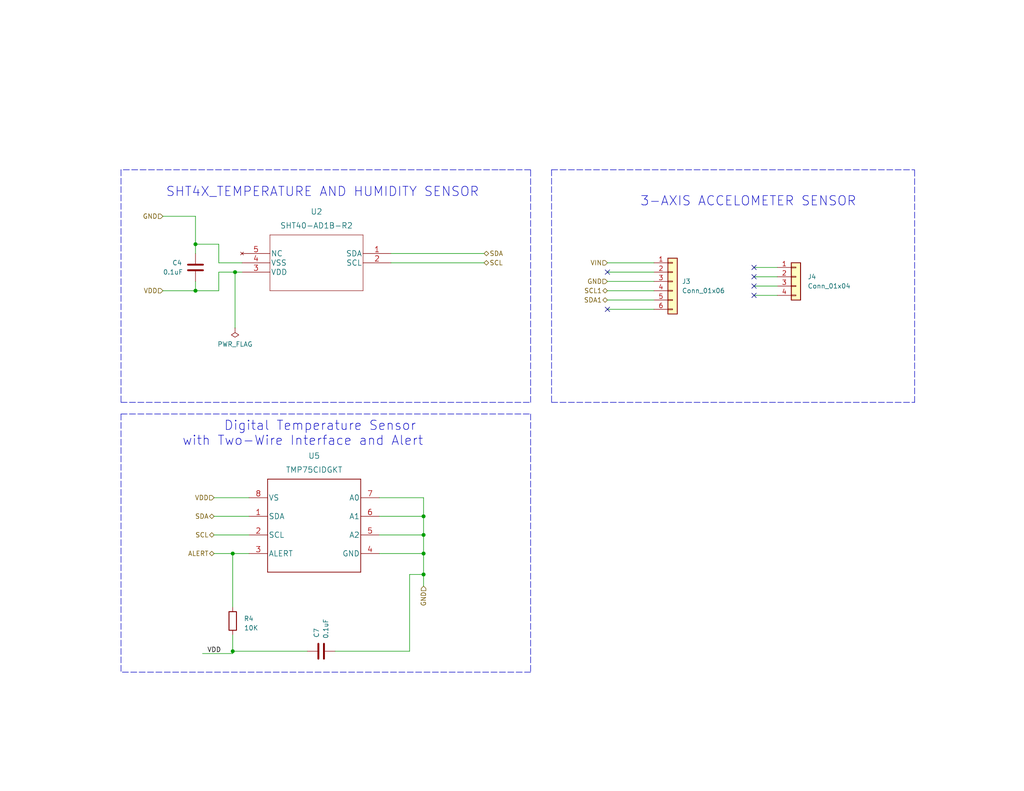
<source format=kicad_sch>
(kicad_sch (version 20211123) (generator eeschema)

  (uuid 971ce0f4-8fdc-4b4d-8afe-4d4aa88613ff)

  (paper "A")

  (lib_symbols
    (symbol "2022-02-02_23-27-13:SHT40-AD1B-R2" (pin_names (offset 0.254)) (in_bom yes) (on_board yes)
      (property "Reference" "U" (id 0) (at 20.32 10.16 0)
        (effects (font (size 1.524 1.524)))
      )
      (property "Value" "SHT40-AD1B-R2" (id 1) (at 20.32 7.62 0)
        (effects (font (size 1.524 1.524)))
      )
      (property "Footprint" "SHT4x_SEN" (id 2) (at 20.32 6.096 0)
        (effects (font (size 1.524 1.524)) hide)
      )
      (property "Datasheet" "" (id 3) (at 0 0 0)
        (effects (font (size 1.524 1.524)))
      )
      (property "ki_locked" "" (id 4) (at 0 0 0)
        (effects (font (size 1.27 1.27)))
      )
      (property "ki_fp_filters" "SHT4x_SEN SHT4x_SEN-M SHT4x_SEN-L" (id 5) (at 0 0 0)
        (effects (font (size 1.27 1.27)) hide)
      )
      (symbol "SHT40-AD1B-R2_1_1"
        (polyline
          (pts
            (xy 7.62 -10.16)
            (xy 33.02 -10.16)
          )
          (stroke (width 0.127) (type default) (color 0 0 0 0))
          (fill (type none))
        )
        (polyline
          (pts
            (xy 7.62 5.08)
            (xy 7.62 -10.16)
          )
          (stroke (width 0.127) (type default) (color 0 0 0 0))
          (fill (type none))
        )
        (polyline
          (pts
            (xy 33.02 -10.16)
            (xy 33.02 5.08)
          )
          (stroke (width 0.127) (type default) (color 0 0 0 0))
          (fill (type none))
        )
        (polyline
          (pts
            (xy 33.02 5.08)
            (xy 7.62 5.08)
          )
          (stroke (width 0.127) (type default) (color 0 0 0 0))
          (fill (type none))
        )
        (pin bidirectional line (at 0 0 0) (length 7.62)
          (name "SDA" (effects (font (size 1.4986 1.4986))))
          (number "1" (effects (font (size 1.4986 1.4986))))
        )
        (pin input line (at 0 -2.54 0) (length 7.62)
          (name "SCL" (effects (font (size 1.4986 1.4986))))
          (number "2" (effects (font (size 1.4986 1.4986))))
        )
        (pin power_in line (at 40.64 -5.08 180) (length 7.62)
          (name "VDD" (effects (font (size 1.4986 1.4986))))
          (number "3" (effects (font (size 1.4986 1.4986))))
        )
        (pin power_in line (at 40.64 -2.54 180) (length 7.62)
          (name "VSS" (effects (font (size 1.4986 1.4986))))
          (number "4" (effects (font (size 1.4986 1.4986))))
        )
        (pin no_connect line (at 40.64 0 180) (length 7.62)
          (name "NC" (effects (font (size 1.4986 1.4986))))
          (number "5" (effects (font (size 1.4986 1.4986))))
        )
      )
    )
    (symbol "2022-03-24_04-14-12:TMP75CIDGKT" (pin_names (offset 0.254)) (in_bom yes) (on_board yes)
      (property "Reference" "U" (id 0) (at 0 2.54 0)
        (effects (font (size 1.524 1.524)))
      )
      (property "Value" "TMP75CIDGKT" (id 1) (at 0 0 0)
        (effects (font (size 1.524 1.524)))
      )
      (property "Footprint" "DGK0008A_N" (id 2) (at 0 -1.524 0)
        (effects (font (size 1.524 1.524)) hide)
      )
      (property "Datasheet" "" (id 3) (at 0 0 0)
        (effects (font (size 1.524 1.524)))
      )
      (property "ki_locked" "" (id 4) (at 0 0 0)
        (effects (font (size 1.27 1.27)))
      )
      (property "ki_fp_filters" "DGK0008A_N DGK0008A_M DGK0008A_L" (id 5) (at 0 0 0)
        (effects (font (size 1.27 1.27)) hide)
      )
      (symbol "TMP75CIDGKT_1_1"
        (polyline
          (pts
            (xy -12.7 -12.7)
            (xy 12.7 -12.7)
          )
          (stroke (width 0.2032) (type default) (color 0 0 0 0))
          (fill (type none))
        )
        (polyline
          (pts
            (xy -12.7 12.7)
            (xy -12.7 -12.7)
          )
          (stroke (width 0.2032) (type default) (color 0 0 0 0))
          (fill (type none))
        )
        (polyline
          (pts
            (xy 12.7 -12.7)
            (xy 12.7 12.7)
          )
          (stroke (width 0.2032) (type default) (color 0 0 0 0))
          (fill (type none))
        )
        (polyline
          (pts
            (xy 12.7 12.7)
            (xy -12.7 12.7)
          )
          (stroke (width 0.2032) (type default) (color 0 0 0 0))
          (fill (type none))
        )
        (pin bidirectional line (at -17.78 2.54 0) (length 5.08)
          (name "SDA" (effects (font (size 1.4986 1.4986))))
          (number "1" (effects (font (size 1.4986 1.4986))))
        )
        (pin input line (at -17.78 -2.54 0) (length 5.08)
          (name "SCL" (effects (font (size 1.4986 1.4986))))
          (number "2" (effects (font (size 1.4986 1.4986))))
        )
        (pin open_collector line (at -17.78 -7.62 0) (length 5.08)
          (name "ALERT" (effects (font (size 1.4986 1.4986))))
          (number "3" (effects (font (size 1.4986 1.4986))))
        )
        (pin power_in line (at 17.78 -7.62 180) (length 5.08)
          (name "GND" (effects (font (size 1.4986 1.4986))))
          (number "4" (effects (font (size 1.4986 1.4986))))
        )
        (pin input line (at 17.78 -2.54 180) (length 5.08)
          (name "A2" (effects (font (size 1.4986 1.4986))))
          (number "5" (effects (font (size 1.4986 1.4986))))
        )
        (pin input line (at 17.78 2.54 180) (length 5.08)
          (name "A1" (effects (font (size 1.4986 1.4986))))
          (number "6" (effects (font (size 1.4986 1.4986))))
        )
        (pin input line (at 17.78 7.62 180) (length 5.08)
          (name "A0" (effects (font (size 1.4986 1.4986))))
          (number "7" (effects (font (size 1.4986 1.4986))))
        )
        (pin power_in line (at -17.78 7.62 0) (length 5.08)
          (name "VS" (effects (font (size 1.4986 1.4986))))
          (number "8" (effects (font (size 1.4986 1.4986))))
        )
      )
    )
    (symbol "Connector_Generic:Conn_01x04" (pin_names (offset 1.016) hide) (in_bom yes) (on_board yes)
      (property "Reference" "J" (id 0) (at 0 5.08 0)
        (effects (font (size 1.27 1.27)))
      )
      (property "Value" "Conn_01x04" (id 1) (at 0 -7.62 0)
        (effects (font (size 1.27 1.27)))
      )
      (property "Footprint" "" (id 2) (at 0 0 0)
        (effects (font (size 1.27 1.27)) hide)
      )
      (property "Datasheet" "~" (id 3) (at 0 0 0)
        (effects (font (size 1.27 1.27)) hide)
      )
      (property "ki_keywords" "connector" (id 4) (at 0 0 0)
        (effects (font (size 1.27 1.27)) hide)
      )
      (property "ki_description" "Generic connector, single row, 01x04, script generated (kicad-library-utils/schlib/autogen/connector/)" (id 5) (at 0 0 0)
        (effects (font (size 1.27 1.27)) hide)
      )
      (property "ki_fp_filters" "Connector*:*_1x??_*" (id 6) (at 0 0 0)
        (effects (font (size 1.27 1.27)) hide)
      )
      (symbol "Conn_01x04_1_1"
        (rectangle (start -1.27 -4.953) (end 0 -5.207)
          (stroke (width 0.1524) (type default) (color 0 0 0 0))
          (fill (type none))
        )
        (rectangle (start -1.27 -2.413) (end 0 -2.667)
          (stroke (width 0.1524) (type default) (color 0 0 0 0))
          (fill (type none))
        )
        (rectangle (start -1.27 0.127) (end 0 -0.127)
          (stroke (width 0.1524) (type default) (color 0 0 0 0))
          (fill (type none))
        )
        (rectangle (start -1.27 2.667) (end 0 2.413)
          (stroke (width 0.1524) (type default) (color 0 0 0 0))
          (fill (type none))
        )
        (rectangle (start -1.27 3.81) (end 1.27 -6.35)
          (stroke (width 0.254) (type default) (color 0 0 0 0))
          (fill (type background))
        )
        (pin passive line (at -5.08 2.54 0) (length 3.81)
          (name "Pin_1" (effects (font (size 1.27 1.27))))
          (number "1" (effects (font (size 1.27 1.27))))
        )
        (pin passive line (at -5.08 0 0) (length 3.81)
          (name "Pin_2" (effects (font (size 1.27 1.27))))
          (number "2" (effects (font (size 1.27 1.27))))
        )
        (pin passive line (at -5.08 -2.54 0) (length 3.81)
          (name "Pin_3" (effects (font (size 1.27 1.27))))
          (number "3" (effects (font (size 1.27 1.27))))
        )
        (pin passive line (at -5.08 -5.08 0) (length 3.81)
          (name "Pin_4" (effects (font (size 1.27 1.27))))
          (number "4" (effects (font (size 1.27 1.27))))
        )
      )
    )
    (symbol "Connector_Generic:Conn_01x06" (pin_names (offset 1.016) hide) (in_bom yes) (on_board yes)
      (property "Reference" "J" (id 0) (at 0 7.62 0)
        (effects (font (size 1.27 1.27)))
      )
      (property "Value" "Conn_01x06" (id 1) (at 0 -10.16 0)
        (effects (font (size 1.27 1.27)))
      )
      (property "Footprint" "" (id 2) (at 0 0 0)
        (effects (font (size 1.27 1.27)) hide)
      )
      (property "Datasheet" "~" (id 3) (at 0 0 0)
        (effects (font (size 1.27 1.27)) hide)
      )
      (property "ki_keywords" "connector" (id 4) (at 0 0 0)
        (effects (font (size 1.27 1.27)) hide)
      )
      (property "ki_description" "Generic connector, single row, 01x06, script generated (kicad-library-utils/schlib/autogen/connector/)" (id 5) (at 0 0 0)
        (effects (font (size 1.27 1.27)) hide)
      )
      (property "ki_fp_filters" "Connector*:*_1x??_*" (id 6) (at 0 0 0)
        (effects (font (size 1.27 1.27)) hide)
      )
      (symbol "Conn_01x06_1_1"
        (rectangle (start -1.27 -7.493) (end 0 -7.747)
          (stroke (width 0.1524) (type default) (color 0 0 0 0))
          (fill (type none))
        )
        (rectangle (start -1.27 -4.953) (end 0 -5.207)
          (stroke (width 0.1524) (type default) (color 0 0 0 0))
          (fill (type none))
        )
        (rectangle (start -1.27 -2.413) (end 0 -2.667)
          (stroke (width 0.1524) (type default) (color 0 0 0 0))
          (fill (type none))
        )
        (rectangle (start -1.27 0.127) (end 0 -0.127)
          (stroke (width 0.1524) (type default) (color 0 0 0 0))
          (fill (type none))
        )
        (rectangle (start -1.27 2.667) (end 0 2.413)
          (stroke (width 0.1524) (type default) (color 0 0 0 0))
          (fill (type none))
        )
        (rectangle (start -1.27 5.207) (end 0 4.953)
          (stroke (width 0.1524) (type default) (color 0 0 0 0))
          (fill (type none))
        )
        (rectangle (start -1.27 6.35) (end 1.27 -8.89)
          (stroke (width 0.254) (type default) (color 0 0 0 0))
          (fill (type background))
        )
        (pin passive line (at -5.08 5.08 0) (length 3.81)
          (name "Pin_1" (effects (font (size 1.27 1.27))))
          (number "1" (effects (font (size 1.27 1.27))))
        )
        (pin passive line (at -5.08 2.54 0) (length 3.81)
          (name "Pin_2" (effects (font (size 1.27 1.27))))
          (number "2" (effects (font (size 1.27 1.27))))
        )
        (pin passive line (at -5.08 0 0) (length 3.81)
          (name "Pin_3" (effects (font (size 1.27 1.27))))
          (number "3" (effects (font (size 1.27 1.27))))
        )
        (pin passive line (at -5.08 -2.54 0) (length 3.81)
          (name "Pin_4" (effects (font (size 1.27 1.27))))
          (number "4" (effects (font (size 1.27 1.27))))
        )
        (pin passive line (at -5.08 -5.08 0) (length 3.81)
          (name "Pin_5" (effects (font (size 1.27 1.27))))
          (number "5" (effects (font (size 1.27 1.27))))
        )
        (pin passive line (at -5.08 -7.62 0) (length 3.81)
          (name "Pin_6" (effects (font (size 1.27 1.27))))
          (number "6" (effects (font (size 1.27 1.27))))
        )
      )
    )
    (symbol "Device:C" (pin_numbers hide) (pin_names (offset 0.254)) (in_bom yes) (on_board yes)
      (property "Reference" "C" (id 0) (at 0.635 2.54 0)
        (effects (font (size 1.27 1.27)) (justify left))
      )
      (property "Value" "C" (id 1) (at 0.635 -2.54 0)
        (effects (font (size 1.27 1.27)) (justify left))
      )
      (property "Footprint" "" (id 2) (at 0.9652 -3.81 0)
        (effects (font (size 1.27 1.27)) hide)
      )
      (property "Datasheet" "~" (id 3) (at 0 0 0)
        (effects (font (size 1.27 1.27)) hide)
      )
      (property "ki_keywords" "cap capacitor" (id 4) (at 0 0 0)
        (effects (font (size 1.27 1.27)) hide)
      )
      (property "ki_description" "Unpolarized capacitor" (id 5) (at 0 0 0)
        (effects (font (size 1.27 1.27)) hide)
      )
      (property "ki_fp_filters" "C_*" (id 6) (at 0 0 0)
        (effects (font (size 1.27 1.27)) hide)
      )
      (symbol "C_0_1"
        (polyline
          (pts
            (xy -2.032 -0.762)
            (xy 2.032 -0.762)
          )
          (stroke (width 0.508) (type default) (color 0 0 0 0))
          (fill (type none))
        )
        (polyline
          (pts
            (xy -2.032 0.762)
            (xy 2.032 0.762)
          )
          (stroke (width 0.508) (type default) (color 0 0 0 0))
          (fill (type none))
        )
      )
      (symbol "C_1_1"
        (pin passive line (at 0 3.81 270) (length 2.794)
          (name "~" (effects (font (size 1.27 1.27))))
          (number "1" (effects (font (size 1.27 1.27))))
        )
        (pin passive line (at 0 -3.81 90) (length 2.794)
          (name "~" (effects (font (size 1.27 1.27))))
          (number "2" (effects (font (size 1.27 1.27))))
        )
      )
    )
    (symbol "Device:R" (pin_numbers hide) (pin_names (offset 0)) (in_bom yes) (on_board yes)
      (property "Reference" "R" (id 0) (at 2.032 0 90)
        (effects (font (size 1.27 1.27)))
      )
      (property "Value" "R" (id 1) (at 0 0 90)
        (effects (font (size 1.27 1.27)))
      )
      (property "Footprint" "" (id 2) (at -1.778 0 90)
        (effects (font (size 1.27 1.27)) hide)
      )
      (property "Datasheet" "~" (id 3) (at 0 0 0)
        (effects (font (size 1.27 1.27)) hide)
      )
      (property "ki_keywords" "R res resistor" (id 4) (at 0 0 0)
        (effects (font (size 1.27 1.27)) hide)
      )
      (property "ki_description" "Resistor" (id 5) (at 0 0 0)
        (effects (font (size 1.27 1.27)) hide)
      )
      (property "ki_fp_filters" "R_*" (id 6) (at 0 0 0)
        (effects (font (size 1.27 1.27)) hide)
      )
      (symbol "R_0_1"
        (rectangle (start -1.016 -2.54) (end 1.016 2.54)
          (stroke (width 0.254) (type default) (color 0 0 0 0))
          (fill (type none))
        )
      )
      (symbol "R_1_1"
        (pin passive line (at 0 3.81 270) (length 1.27)
          (name "~" (effects (font (size 1.27 1.27))))
          (number "1" (effects (font (size 1.27 1.27))))
        )
        (pin passive line (at 0 -3.81 90) (length 1.27)
          (name "~" (effects (font (size 1.27 1.27))))
          (number "2" (effects (font (size 1.27 1.27))))
        )
      )
    )
    (symbol "power:PWR_FLAG" (power) (pin_numbers hide) (pin_names (offset 0) hide) (in_bom yes) (on_board yes)
      (property "Reference" "#FLG" (id 0) (at 0 1.905 0)
        (effects (font (size 1.27 1.27)) hide)
      )
      (property "Value" "PWR_FLAG" (id 1) (at 0 3.81 0)
        (effects (font (size 1.27 1.27)))
      )
      (property "Footprint" "" (id 2) (at 0 0 0)
        (effects (font (size 1.27 1.27)) hide)
      )
      (property "Datasheet" "~" (id 3) (at 0 0 0)
        (effects (font (size 1.27 1.27)) hide)
      )
      (property "ki_keywords" "power-flag" (id 4) (at 0 0 0)
        (effects (font (size 1.27 1.27)) hide)
      )
      (property "ki_description" "Special symbol for telling ERC where power comes from" (id 5) (at 0 0 0)
        (effects (font (size 1.27 1.27)) hide)
      )
      (symbol "PWR_FLAG_0_0"
        (pin power_out line (at 0 0 90) (length 0)
          (name "pwr" (effects (font (size 1.27 1.27))))
          (number "1" (effects (font (size 1.27 1.27))))
        )
      )
      (symbol "PWR_FLAG_0_1"
        (polyline
          (pts
            (xy 0 0)
            (xy 0 1.27)
            (xy -1.016 1.905)
            (xy 0 2.54)
            (xy 1.016 1.905)
            (xy 0 1.27)
          )
          (stroke (width 0) (type default) (color 0 0 0 0))
          (fill (type none))
        )
      )
    )
  )

  (junction (at 115.57 151.13) (diameter 0) (color 0 0 0 0)
    (uuid 08a27e3c-6713-48cd-8202-13be477fa201)
  )
  (junction (at 63.5 151.13) (diameter 0) (color 0 0 0 0)
    (uuid 59097c59-693e-46ff-ab1f-f47ee9062579)
  )
  (junction (at 53.34 79.375) (diameter 0) (color 0 0 0 0)
    (uuid 5b35a69b-23bd-41df-b138-a8dd11771199)
  )
  (junction (at 115.57 156.845) (diameter 0) (color 0 0 0 0)
    (uuid 6aaed312-ca8c-4005-9b4b-559e5dbe2dfe)
  )
  (junction (at 115.57 146.05) (diameter 0) (color 0 0 0 0)
    (uuid 7ac9eb56-c0d5-4b36-b27c-c56922d87e4e)
  )
  (junction (at 115.57 140.97) (diameter 0) (color 0 0 0 0)
    (uuid d53bdab4-96ee-43cc-9ab2-0e099d2daaa3)
  )
  (junction (at 63.5 177.8) (diameter 0) (color 0 0 0 0)
    (uuid e423f4de-0ca7-4897-9a26-4b44325e1c07)
  )
  (junction (at 53.34 66.675) (diameter 0) (color 0 0 0 0)
    (uuid f5d3be17-1a1a-43c4-b2df-39ebe15b4d13)
  )
  (junction (at 64.135 74.295) (diameter 0) (color 0 0 0 0)
    (uuid f8f4954e-2adf-4e0a-ab8b-4537d688bce5)
  )

  (no_connect (at 165.735 74.295) (uuid 1eb7f254-48cb-4909-bb4e-ea205d00f94d))
  (no_connect (at 205.74 80.645) (uuid 714ae163-40d6-4070-8ef1-1cc969233504))
  (no_connect (at 205.74 73.025) (uuid 714ae163-40d6-4070-8ef1-1cc969233505))
  (no_connect (at 205.74 75.565) (uuid 714ae163-40d6-4070-8ef1-1cc969233506))
  (no_connect (at 205.74 78.105) (uuid 714ae163-40d6-4070-8ef1-1cc969233507))
  (no_connect (at 165.735 84.455) (uuid fe661f23-1260-4851-b6c6-82d819413c46))

  (wire (pts (xy 59.69 79.375) (xy 53.34 79.375))
    (stroke (width 0) (type default) (color 0 0 0 0))
    (uuid 04350704-3793-4c78-8849-9dfd5262bfc4)
  )
  (wire (pts (xy 103.505 146.05) (xy 115.57 146.05))
    (stroke (width 0) (type default) (color 0 0 0 0))
    (uuid 078081e9-e810-4a3d-91ca-8dd7af020c3d)
  )
  (wire (pts (xy 205.74 75.565) (xy 212.09 75.565))
    (stroke (width 0) (type default) (color 0 0 0 0))
    (uuid 0d59ccdb-ca43-4794-a55c-dd8f66bcd306)
  )
  (wire (pts (xy 132.08 71.755) (xy 106.68 71.755))
    (stroke (width 0) (type default) (color 0 0 0 0))
    (uuid 1c48de96-660e-41f7-ae00-4e078a1e7260)
  )
  (wire (pts (xy 58.42 146.05) (xy 67.945 146.05))
    (stroke (width 0) (type default) (color 0 0 0 0))
    (uuid 1da569df-de9d-4dc0-ac71-c52290d5a71c)
  )
  (wire (pts (xy 53.34 66.675) (xy 53.34 59.055))
    (stroke (width 0) (type default) (color 0 0 0 0))
    (uuid 20ede70d-3349-4191-8195-30660a16da06)
  )
  (wire (pts (xy 165.735 81.915) (xy 178.435 81.915))
    (stroke (width 0) (type default) (color 0 0 0 0))
    (uuid 21c38b74-eaef-4459-913e-2e1a2171cae9)
  )
  (wire (pts (xy 115.57 140.97) (xy 115.57 146.05))
    (stroke (width 0) (type default) (color 0 0 0 0))
    (uuid 23e5139b-301e-4f52-8487-9efcf555baef)
  )
  (polyline (pts (xy 144.78 109.855) (xy 144.78 46.355))
    (stroke (width 0) (type default) (color 0 0 0 0))
    (uuid 24459368-ec1c-425e-b0ba-3ccb1f827800)
  )

  (wire (pts (xy 59.69 71.755) (xy 59.69 66.675))
    (stroke (width 0) (type default) (color 0 0 0 0))
    (uuid 2938458a-5dd5-4190-873f-b71c45e32aff)
  )
  (wire (pts (xy 53.34 69.215) (xy 53.34 66.675))
    (stroke (width 0) (type default) (color 0 0 0 0))
    (uuid 29a7ca17-9ca8-436b-b088-d64202bc56d4)
  )
  (wire (pts (xy 58.42 135.89) (xy 67.945 135.89))
    (stroke (width 0) (type default) (color 0 0 0 0))
    (uuid 30ee2bfa-6cf2-42f5-b360-16c6b624d38d)
  )
  (wire (pts (xy 115.57 146.05) (xy 115.57 151.13))
    (stroke (width 0) (type default) (color 0 0 0 0))
    (uuid 32a9159a-4415-4079-b10b-78427d51d209)
  )
  (wire (pts (xy 63.5 151.13) (xy 63.5 165.735))
    (stroke (width 0) (type default) (color 0 0 0 0))
    (uuid 3727f361-3732-4112-ab95-242d72b58217)
  )
  (wire (pts (xy 63.5 177.8) (xy 63.5 178.435))
    (stroke (width 0) (type default) (color 0 0 0 0))
    (uuid 37b3f347-8632-4aca-ac36-1da4322c38b1)
  )
  (wire (pts (xy 58.42 140.97) (xy 67.945 140.97))
    (stroke (width 0) (type default) (color 0 0 0 0))
    (uuid 39c3a2e6-7d0d-4241-816f-a4ca363419ef)
  )
  (wire (pts (xy 111.76 177.8) (xy 111.76 156.845))
    (stroke (width 0) (type default) (color 0 0 0 0))
    (uuid 3c0cf462-36f0-46fd-b43e-15f904b21887)
  )
  (wire (pts (xy 132.08 69.215) (xy 106.68 69.215))
    (stroke (width 0) (type default) (color 0 0 0 0))
    (uuid 3df8c820-4640-48cd-afc6-cf39e3e47bec)
  )
  (wire (pts (xy 58.42 151.13) (xy 63.5 151.13))
    (stroke (width 0) (type default) (color 0 0 0 0))
    (uuid 419bbe53-3199-4766-9f6d-4a7725ac33ea)
  )
  (wire (pts (xy 205.74 73.025) (xy 212.09 73.025))
    (stroke (width 0) (type default) (color 0 0 0 0))
    (uuid 458f7962-6bbf-405d-9ba6-3f8e2b2cfd7a)
  )
  (polyline (pts (xy 135.89 46.355) (xy 33.02 46.355))
    (stroke (width 0) (type default) (color 0 0 0 0))
    (uuid 459f5896-b61b-410b-b1a3-1cb7c7164873)
  )

  (wire (pts (xy 115.57 151.13) (xy 115.57 156.845))
    (stroke (width 0) (type default) (color 0 0 0 0))
    (uuid 45ae2022-84cd-4475-ad31-06ed18d75c7e)
  )
  (wire (pts (xy 55.245 178.435) (xy 63.5 178.435))
    (stroke (width 0) (type default) (color 0 0 0 0))
    (uuid 4b68cd1b-98f4-4e29-894c-bd25a6a46ae7)
  )
  (wire (pts (xy 165.735 84.455) (xy 178.435 84.455))
    (stroke (width 0) (type default) (color 0 0 0 0))
    (uuid 4eca2448-a9a0-40ec-858c-5283f6cf5964)
  )
  (wire (pts (xy 66.04 71.755) (xy 59.69 71.755))
    (stroke (width 0) (type default) (color 0 0 0 0))
    (uuid 4fe7ae2f-879b-48a5-9735-62762a5579b5)
  )
  (polyline (pts (xy 33.02 109.855) (xy 144.78 109.855))
    (stroke (width 0) (type default) (color 0 0 0 0))
    (uuid 5016bad1-8f3b-4b0f-899e-ebb170dbf24b)
  )

  (wire (pts (xy 103.505 140.97) (xy 115.57 140.97))
    (stroke (width 0) (type default) (color 0 0 0 0))
    (uuid 5582e541-c236-4860-9623-26133f8a7dc8)
  )
  (wire (pts (xy 53.34 59.055) (xy 44.45 59.055))
    (stroke (width 0) (type default) (color 0 0 0 0))
    (uuid 56d5912b-cf2f-423e-9590-21b4a4cb3ccd)
  )
  (wire (pts (xy 115.57 135.89) (xy 115.57 140.97))
    (stroke (width 0) (type default) (color 0 0 0 0))
    (uuid 61e8b0bc-d33b-4956-b72a-9e7443c33f02)
  )
  (wire (pts (xy 59.69 74.295) (xy 59.69 79.375))
    (stroke (width 0) (type default) (color 0 0 0 0))
    (uuid 63246ac4-612f-4962-94ff-abb7d485f546)
  )
  (wire (pts (xy 165.735 76.835) (xy 178.435 76.835))
    (stroke (width 0) (type default) (color 0 0 0 0))
    (uuid 63963bbd-ffc4-4be3-a489-008856767cc8)
  )
  (wire (pts (xy 83.82 177.8) (xy 63.5 177.8))
    (stroke (width 0) (type default) (color 0 0 0 0))
    (uuid 63ae2cbb-6edb-4a1c-84d9-c75a2da7746f)
  )
  (wire (pts (xy 103.505 151.13) (xy 115.57 151.13))
    (stroke (width 0) (type default) (color 0 0 0 0))
    (uuid 697e7f0f-fc0b-4e82-be09-b432964b0b97)
  )
  (wire (pts (xy 64.135 74.295) (xy 64.135 89.535))
    (stroke (width 0) (type default) (color 0 0 0 0))
    (uuid 6c864d85-37de-41d9-a2ed-9e7d556bb188)
  )
  (polyline (pts (xy 33.02 113.03) (xy 33.02 183.515))
    (stroke (width 0) (type default) (color 0 0 0 0))
    (uuid 6df815d2-7aa6-4708-8a27-fa562d7c26f0)
  )
  (polyline (pts (xy 150.495 46.355) (xy 150.495 109.855))
    (stroke (width 0) (type default) (color 0 0 0 0))
    (uuid 728fc2e8-7d6e-4106-a9ca-51cc731ecc13)
  )

  (wire (pts (xy 205.74 80.645) (xy 212.09 80.645))
    (stroke (width 0) (type default) (color 0 0 0 0))
    (uuid 7303758d-6c4b-44ae-b4c0-11c673c9c76e)
  )
  (polyline (pts (xy 150.495 46.355) (xy 249.555 46.355))
    (stroke (width 0) (type default) (color 0 0 0 0))
    (uuid 7a84d882-c425-4e24-84ef-e7596aeb4568)
  )
  (polyline (pts (xy 33.02 113.03) (xy 144.78 113.03))
    (stroke (width 0) (type default) (color 0 0 0 0))
    (uuid 7e514242-f0bc-493a-a84b-a212ca0de9d8)
  )
  (polyline (pts (xy 33.02 46.355) (xy 33.02 109.855))
    (stroke (width 0) (type default) (color 0 0 0 0))
    (uuid 84dd03a2-4641-43d6-803c-ed4d22360a44)
  )

  (wire (pts (xy 64.135 74.295) (xy 59.69 74.295))
    (stroke (width 0) (type default) (color 0 0 0 0))
    (uuid 85154928-f657-4d47-be28-e1d7205457dc)
  )
  (polyline (pts (xy 144.78 46.355) (xy 135.89 46.355))
    (stroke (width 0) (type default) (color 0 0 0 0))
    (uuid 887ed803-b1d8-46f2-9c86-81a01808a356)
  )

  (wire (pts (xy 53.34 79.375) (xy 44.45 79.375))
    (stroke (width 0) (type default) (color 0 0 0 0))
    (uuid 8a020f88-8ca6-4d2d-8699-e11be13e4ab3)
  )
  (wire (pts (xy 63.5 151.13) (xy 67.945 151.13))
    (stroke (width 0) (type default) (color 0 0 0 0))
    (uuid 9d8a1923-d4c5-4feb-8376-843fdf046825)
  )
  (wire (pts (xy 63.5 173.355) (xy 63.5 177.8))
    (stroke (width 0) (type default) (color 0 0 0 0))
    (uuid 9fd571ab-ea09-4ade-bd8f-e67dcec95938)
  )
  (wire (pts (xy 111.76 156.845) (xy 115.57 156.845))
    (stroke (width 0) (type default) (color 0 0 0 0))
    (uuid a0214934-0489-4b67-8aa5-eb19380e75ae)
  )
  (wire (pts (xy 165.735 79.375) (xy 178.435 79.375))
    (stroke (width 0) (type default) (color 0 0 0 0))
    (uuid a4d86b21-fcbd-4c95-a620-1a6b5e6a09e1)
  )
  (wire (pts (xy 103.505 135.89) (xy 115.57 135.89))
    (stroke (width 0) (type default) (color 0 0 0 0))
    (uuid b1872e35-8e4e-46f9-9bee-831e12898774)
  )
  (wire (pts (xy 115.57 156.845) (xy 115.57 160.02))
    (stroke (width 0) (type default) (color 0 0 0 0))
    (uuid b5d1251d-6a2a-40a3-89e3-3f9b15b0956b)
  )
  (wire (pts (xy 66.04 74.295) (xy 64.135 74.295))
    (stroke (width 0) (type default) (color 0 0 0 0))
    (uuid b859d0ca-0c9b-4b2c-a9ff-7b8340040d7c)
  )
  (polyline (pts (xy 249.555 109.855) (xy 249.555 46.355))
    (stroke (width 0) (type default) (color 0 0 0 0))
    (uuid b93c9b3e-7909-46f0-95d1-165f04325614)
  )

  (wire (pts (xy 165.735 74.295) (xy 178.435 74.295))
    (stroke (width 0) (type default) (color 0 0 0 0))
    (uuid bce65546-dd30-42e8-b39f-9ad8d638dfdd)
  )
  (wire (pts (xy 59.69 66.675) (xy 53.34 66.675))
    (stroke (width 0) (type default) (color 0 0 0 0))
    (uuid bd02dd2d-1045-49fd-82d5-0f7cbce8612e)
  )
  (wire (pts (xy 53.34 76.835) (xy 53.34 79.375))
    (stroke (width 0) (type default) (color 0 0 0 0))
    (uuid e0601dab-bbad-4f20-aa81-b79bc91c41fe)
  )
  (wire (pts (xy 91.44 177.8) (xy 111.76 177.8))
    (stroke (width 0) (type default) (color 0 0 0 0))
    (uuid e0f259a7-9fb8-4508-a53f-bd20fe204a7c)
  )
  (polyline (pts (xy 144.78 113.03) (xy 144.78 183.515))
    (stroke (width 0) (type default) (color 0 0 0 0))
    (uuid e106d3a7-d74c-489e-92a5-26237b6652df)
  )
  (polyline (pts (xy 150.495 109.855) (xy 249.555 109.855))
    (stroke (width 0) (type default) (color 0 0 0 0))
    (uuid e2fc33fe-b036-4d9e-83b4-d497bb6b69f4)
  )
  (polyline (pts (xy 144.78 183.515) (xy 33.02 183.515))
    (stroke (width 0) (type default) (color 0 0 0 0))
    (uuid e70bb0b2-4dc3-49ab-ba7d-952ee6da6c00)
  )

  (wire (pts (xy 165.735 71.755) (xy 178.435 71.755))
    (stroke (width 0) (type default) (color 0 0 0 0))
    (uuid f0baa13e-f2f2-4b66-8857-58bc2ca21389)
  )
  (wire (pts (xy 205.74 78.105) (xy 212.09 78.105))
    (stroke (width 0) (type default) (color 0 0 0 0))
    (uuid ff8d4b4f-1568-4722-925f-3ee2deb15f0c)
  )

  (text "Digital Temperature Sensor \nwith Two-Wire Interface and Alert"
    (at 115.57 121.92 0)
    (effects (font (size 2.54 2.54)) (justify right bottom))
    (uuid 0b2241d5-ed7f-4b14-b8c7-c3074aecb632)
  )
  (text "SHT4X_TEMPERATURE AND HUMIDITY SENSOR" (at 130.81 53.975 180)
    (effects (font (size 2.54 2.54)) (justify right bottom))
    (uuid 2c0f3057-59af-42b4-8d8b-4f4299a15b6d)
  )
  (text "3-AXIS ACCELOMETER SENSOR" (at 174.625 56.515 0)
    (effects (font (size 2.54 2.54)) (justify left bottom))
    (uuid 60c6d6e7-4d1b-4550-9fb3-28bfb4b82051)
  )

  (label "VDD" (at 56.515 178.435 0)
    (effects (font (size 1.27 1.27)) (justify left bottom))
    (uuid bacca09a-a898-498e-ab38-034d20dc00fc)
  )

  (hierarchical_label "VIN" (shape input) (at 165.735 71.755 180)
    (effects (font (size 1.27 1.27)) (justify right))
    (uuid 32e61bfc-d546-4722-ac49-cbb99c79a789)
  )
  (hierarchical_label "SDA" (shape bidirectional) (at 132.08 69.215 0)
    (effects (font (size 1.27 1.27)) (justify left))
    (uuid 33251583-4fb6-48b1-a51e-9e72f9198f17)
  )
  (hierarchical_label "VDD" (shape input) (at 58.42 135.89 180)
    (effects (font (size 1.27 1.27)) (justify right))
    (uuid 3c38889f-80d7-46b7-ae58-7c0eb08ef934)
  )
  (hierarchical_label "VDD" (shape input) (at 44.45 79.375 180)
    (effects (font (size 1.27 1.27)) (justify right))
    (uuid 40b12eb7-7369-4771-85fa-e0d4417221d3)
  )
  (hierarchical_label "SCL" (shape bidirectional) (at 132.08 71.755 0)
    (effects (font (size 1.27 1.27)) (justify left))
    (uuid 4e84cf6e-672f-41bd-9cc4-e7c0362e82d7)
  )
  (hierarchical_label "GND" (shape input) (at 165.735 76.835 180)
    (effects (font (size 1.27 1.27)) (justify right))
    (uuid 5d80b180-4ecf-4a85-8ca5-c3e3c5be25d8)
  )
  (hierarchical_label "ALERT" (shape bidirectional) (at 58.42 151.13 180)
    (effects (font (size 1.27 1.27)) (justify right))
    (uuid 6e5091fc-c519-4b5a-bf61-1ae762615b44)
  )
  (hierarchical_label "GND" (shape input) (at 115.57 160.02 270)
    (effects (font (size 1.27 1.27)) (justify right))
    (uuid 754ab2bf-5692-475a-b496-14fe555f2375)
  )
  (hierarchical_label "SCL" (shape bidirectional) (at 58.42 146.05 180)
    (effects (font (size 1.27 1.27)) (justify right))
    (uuid 75ae6124-7fab-4021-8e96-fdbff4f15562)
  )
  (hierarchical_label "GND" (shape input) (at 44.45 59.055 180)
    (effects (font (size 1.27 1.27)) (justify right))
    (uuid 8b67b4df-484d-4ea5-bad2-c5b629276493)
  )
  (hierarchical_label "SDA1" (shape bidirectional) (at 165.735 81.915 180)
    (effects (font (size 1.27 1.27)) (justify right))
    (uuid df699d05-f3ff-44b4-b9bc-b87669523222)
  )
  (hierarchical_label "SCL1" (shape bidirectional) (at 165.735 79.375 180)
    (effects (font (size 1.27 1.27)) (justify right))
    (uuid e204835b-3c25-4599-a1ad-a95947b285b0)
  )
  (hierarchical_label "SDA" (shape bidirectional) (at 58.42 140.97 180)
    (effects (font (size 1.27 1.27)) (justify right))
    (uuid ee683bba-9ad9-4136-9b0f-b811d2c60d21)
  )

  (symbol (lib_id "Device:C") (at 53.34 73.025 0) (mirror x) (unit 1)
    (in_bom yes) (on_board yes)
    (uuid 423ce17b-2785-470a-aae6-74874961b9eb)
    (property "Reference" "C4" (id 0) (at 46.99 71.755 0)
      (effects (font (size 1.27 1.27)) (justify left))
    )
    (property "Value" "0.1uF" (id 1) (at 44.45 74.295 0)
      (effects (font (size 1.27 1.27)) (justify left))
    )
    (property "Footprint" "Capacitor_SMD:C_1210_3225Metric_Pad1.33x2.70mm_HandSolder" (id 2) (at 54.3052 69.215 0)
      (effects (font (size 1.27 1.27)) hide)
    )
    (property "Datasheet" "~" (id 3) (at 53.34 73.025 0)
      (effects (font (size 1.27 1.27)) hide)
    )
    (property "Voltage" "25V" (id 4) (at 53.34 73.025 0)
      (effects (font (size 1.27 1.27)) hide)
    )
    (property "Mfr. #" "CL10B104KA8NNNC" (id 5) (at 53.34 73.025 0)
      (effects (font (size 1.27 1.27)) hide)
    )
    (property "Order" "https://www.digikey.com/product-detail/en/samsung-electro-mechanics/CL10B104KA8NNNC/1276-1006-1-ND/3889092" (id 6) (at 53.34 73.025 0)
      (effects (font (size 1.27 1.27)) hide)
    )
    (pin "1" (uuid 97d5adb0-7bf3-4ff1-a7ef-a4c78816d80f))
    (pin "2" (uuid 3bc85806-2f9b-4611-a947-3169fc22e087))
  )

  (symbol (lib_id "2022-03-24_04-14-12:TMP75CIDGKT") (at 85.725 143.51 0) (unit 1)
    (in_bom yes) (on_board yes) (fields_autoplaced)
    (uuid 5d50645b-d7d6-4a22-a730-0a7fdf8237ec)
    (property "Reference" "U5" (id 0) (at 85.725 124.46 0)
      (effects (font (size 1.524 1.524)))
    )
    (property "Value" "TMP75CIDGKT" (id 1) (at 85.725 128.27 0)
      (effects (font (size 1.524 1.524)))
    )
    (property "Footprint" "TEM_S:TMP75CIDGKT" (id 2) (at 85.725 145.034 0)
      (effects (font (size 1.524 1.524)) hide)
    )
    (property "Datasheet" "" (id 3) (at 85.725 143.51 0)
      (effects (font (size 1.524 1.524)))
    )
    (pin "1" (uuid 9d63cfe5-6763-4c13-80ba-a4930e66f46a))
    (pin "2" (uuid 370585dd-9cd9-4f23-a927-8e4d50f9e416))
    (pin "3" (uuid 4bd6df7c-4cfa-42b2-bf9c-ef83bfdc0f1b))
    (pin "4" (uuid aba9a647-866b-49d5-a2a8-25848cf35536))
    (pin "5" (uuid f5e1a8c9-3f88-4858-94db-d0a0fd64b1bc))
    (pin "6" (uuid 1177a67d-7613-4b09-b908-625ad91c4508))
    (pin "7" (uuid 138bffde-6e93-4997-8ee2-9b36ddcbafe8))
    (pin "8" (uuid 6ceb9c23-db0e-4f55-9406-cd9f41700c88))
  )

  (symbol (lib_id "Device:C") (at 87.63 177.8 270) (unit 1)
    (in_bom yes) (on_board yes)
    (uuid 8bfe9dd9-85a6-48f5-ac39-83ffc1cd8d55)
    (property "Reference" "C7" (id 0) (at 86.36 171.45 0)
      (effects (font (size 1.27 1.27)) (justify left))
    )
    (property "Value" "0.1uF" (id 1) (at 88.9 168.91 0)
      (effects (font (size 1.27 1.27)) (justify left))
    )
    (property "Footprint" "Capacitor_SMD:C_1210_3225Metric_Pad1.33x2.70mm_HandSolder" (id 2) (at 83.82 178.7652 0)
      (effects (font (size 1.27 1.27)) hide)
    )
    (property "Datasheet" "~" (id 3) (at 87.63 177.8 0)
      (effects (font (size 1.27 1.27)) hide)
    )
    (property "Voltage" "25V" (id 4) (at 87.63 177.8 0)
      (effects (font (size 1.27 1.27)) hide)
    )
    (property "Mfr. #" "CL10B104KA8NNNC" (id 5) (at 87.63 177.8 0)
      (effects (font (size 1.27 1.27)) hide)
    )
    (property "Order" "https://www.digikey.com/product-detail/en/samsung-electro-mechanics/CL10B104KA8NNNC/1276-1006-1-ND/3889092" (id 6) (at 87.63 177.8 0)
      (effects (font (size 1.27 1.27)) hide)
    )
    (pin "1" (uuid ae373366-257a-44ec-b1ea-779f02157386))
    (pin "2" (uuid 5ba71960-93d6-41ad-be12-8bf715abce68))
  )

  (symbol (lib_id "power:PWR_FLAG") (at 64.135 89.535 180) (unit 1)
    (in_bom yes) (on_board yes) (fields_autoplaced)
    (uuid 9e5bef38-9800-4668-b098-e7ab2ba599ab)
    (property "Reference" "#FLG0102" (id 0) (at 64.135 91.44 0)
      (effects (font (size 1.27 1.27)) hide)
    )
    (property "Value" "PWR_FLAG" (id 1) (at 64.135 93.98 0))
    (property "Footprint" "" (id 2) (at 64.135 89.535 0)
      (effects (font (size 1.27 1.27)) hide)
    )
    (property "Datasheet" "~" (id 3) (at 64.135 89.535 0)
      (effects (font (size 1.27 1.27)) hide)
    )
    (pin "1" (uuid bf22be03-d76a-41ea-b394-227b99dd44f0))
  )

  (symbol (lib_id "Connector_Generic:Conn_01x06") (at 183.515 76.835 0) (unit 1)
    (in_bom yes) (on_board yes) (fields_autoplaced)
    (uuid 9ed03423-b6ef-4bb6-b432-c288d55eeee5)
    (property "Reference" "J3" (id 0) (at 186.055 76.8349 0)
      (effects (font (size 1.27 1.27)) (justify left))
    )
    (property "Value" "Conn_01x06" (id 1) (at 186.055 79.3749 0)
      (effects (font (size 1.27 1.27)) (justify left))
    )
    (property "Footprint" "Connector_PinHeader_2.54mm:PinHeader_1x06_P2.54mm_Vertical" (id 2) (at 183.515 76.835 0)
      (effects (font (size 1.27 1.27)) hide)
    )
    (property "Datasheet" "~" (id 3) (at 183.515 76.835 0)
      (effects (font (size 1.27 1.27)) hide)
    )
    (pin "1" (uuid df1e1987-651a-443c-bf0b-fd06a5547665))
    (pin "2" (uuid 0e2c87df-9f98-44a6-ade6-078865aa518d))
    (pin "3" (uuid 8ee4dbc7-d1d9-45c2-9601-6128029c6cc4))
    (pin "4" (uuid d4f0ed71-8e02-41ac-883d-e8bb98926fea))
    (pin "5" (uuid ead53f39-c0cb-4b8c-8917-650bfd7f2746))
    (pin "6" (uuid 2d2259d1-bad7-407a-9a70-2ebb1d9ac7d5))
  )

  (symbol (lib_id "Connector_Generic:Conn_01x04") (at 217.17 75.565 0) (unit 1)
    (in_bom yes) (on_board yes) (fields_autoplaced)
    (uuid adb484dc-73c8-4e47-871f-1a5ed34a3c70)
    (property "Reference" "J4" (id 0) (at 220.345 75.5649 0)
      (effects (font (size 1.27 1.27)) (justify left))
    )
    (property "Value" "Conn_01x04" (id 1) (at 220.345 78.1049 0)
      (effects (font (size 1.27 1.27)) (justify left))
    )
    (property "Footprint" "Connector_PinHeader_2.54mm:PinHeader_1x04_P2.54mm_Vertical" (id 2) (at 217.17 75.565 0)
      (effects (font (size 1.27 1.27)) hide)
    )
    (property "Datasheet" "~" (id 3) (at 217.17 75.565 0)
      (effects (font (size 1.27 1.27)) hide)
    )
    (pin "1" (uuid 7834f5a0-eb26-48f3-86a4-91d34cfb1b1f))
    (pin "2" (uuid 029ead16-1b5d-4d69-b121-040580eb7903))
    (pin "3" (uuid bd993be6-e950-4c8c-bc13-9f7bd7350d53))
    (pin "4" (uuid 88b375d0-e9df-4721-ad33-6ced829fb5e6))
  )

  (symbol (lib_id "Device:R") (at 63.5 169.545 180) (unit 1)
    (in_bom yes) (on_board yes)
    (uuid c90ccb11-712f-4704-8d98-3e3696129bde)
    (property "Reference" "R4" (id 0) (at 69.215 168.91 0)
      (effects (font (size 1.27 1.27)) (justify left))
    )
    (property "Value" "10K" (id 1) (at 70.485 171.45 0)
      (effects (font (size 1.27 1.27)) (justify left))
    )
    (property "Footprint" "Resistor_SMD:R_2010_5025Metric_Pad1.40x2.65mm_HandSolder" (id 2) (at 65.278 169.545 90)
      (effects (font (size 1.27 1.27)) hide)
    )
    (property "Datasheet" "~" (id 3) (at 63.5 169.545 0)
      (effects (font (size 1.27 1.27)) hide)
    )
    (pin "1" (uuid 81d4a9bd-a27f-4eec-8e89-88c48fc9e684))
    (pin "2" (uuid a747e60c-83ac-4868-bd85-2ecda96dc400))
  )

  (symbol (lib_id "2022-02-02_23-27-13:SHT40-AD1B-R2") (at 106.68 69.215 0) (mirror y) (unit 1)
    (in_bom yes) (on_board yes) (fields_autoplaced)
    (uuid d8820767-5726-4bc9-9261-895d21e1813b)
    (property "Reference" "U2" (id 0) (at 86.36 57.785 0)
      (effects (font (size 1.524 1.524)))
    )
    (property "Value" "SHT40-AD1B-R2" (id 1) (at 86.36 61.595 0)
      (effects (font (size 1.524 1.524)))
    )
    (property "Footprint" "tem_sensor:SHT40-AD1B-R2" (id 2) (at 86.36 63.119 0)
      (effects (font (size 1.524 1.524)) hide)
    )
    (property "Datasheet" "" (id 3) (at 106.68 69.215 0)
      (effects (font (size 1.524 1.524)))
    )
    (pin "1" (uuid 55a651a7-64c0-413f-8e11-f6ffa982c253))
    (pin "2" (uuid 923cf64f-b170-4b42-bd6b-a927ed8d4405))
    (pin "3" (uuid 7964a782-1866-4875-974d-296beb9013a1))
    (pin "4" (uuid a6aeaa36-1d04-4855-8e76-a9f636f1fd56))
    (pin "5" (uuid c3cdce74-aba5-4051-bde0-c4af2cc5c4d0))
  )
)

</source>
